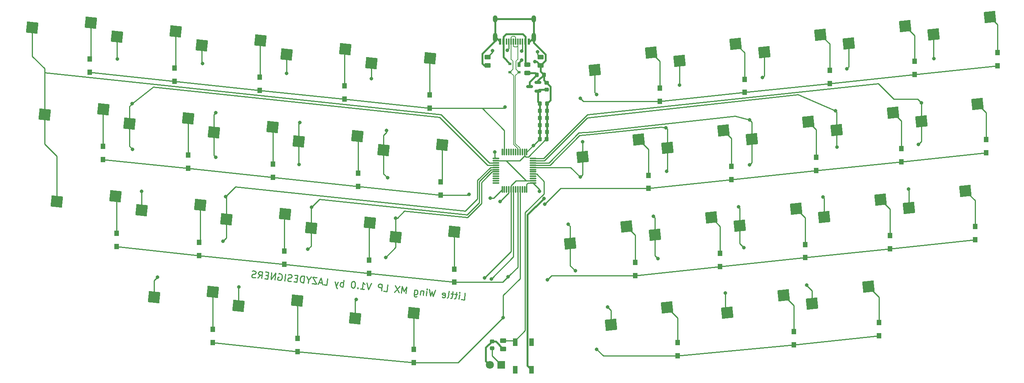
<source format=gbr>
%TF.GenerationSoftware,KiCad,Pcbnew,9.0.2*%
%TF.CreationDate,2025-07-14T20:44:15+08:00*%
%TF.ProjectId,Dimple_pcb,44696d70-6c65-45f7-9063-622e6b696361,rev?*%
%TF.SameCoordinates,Original*%
%TF.FileFunction,Copper,L2,Bot*%
%TF.FilePolarity,Positive*%
%FSLAX46Y46*%
G04 Gerber Fmt 4.6, Leading zero omitted, Abs format (unit mm)*
G04 Created by KiCad (PCBNEW 9.0.2) date 2025-07-14 20:44:15*
%MOMM*%
%LPD*%
G01*
G04 APERTURE LIST*
G04 Aperture macros list*
%AMRoundRect*
0 Rectangle with rounded corners*
0 $1 Rounding radius*
0 $2 $3 $4 $5 $6 $7 $8 $9 X,Y pos of 4 corners*
0 Add a 4 corners polygon primitive as box body*
4,1,4,$2,$3,$4,$5,$6,$7,$8,$9,$2,$3,0*
0 Add four circle primitives for the rounded corners*
1,1,$1+$1,$2,$3*
1,1,$1+$1,$4,$5*
1,1,$1+$1,$6,$7*
1,1,$1+$1,$8,$9*
0 Add four rect primitives between the rounded corners*
20,1,$1+$1,$2,$3,$4,$5,0*
20,1,$1+$1,$4,$5,$6,$7,0*
20,1,$1+$1,$6,$7,$8,$9,0*
20,1,$1+$1,$8,$9,$2,$3,0*%
%AMRotRect*
0 Rectangle, with rotation*
0 The origin of the aperture is its center*
0 $1 length*
0 $2 width*
0 $3 Rotation angle, in degrees counterclockwise*
0 Add horizontal line*
21,1,$1,$2,0,0,$3*%
G04 Aperture macros list end*
%ADD10C,0.250000*%
%TA.AperFunction,NonConductor*%
%ADD11C,0.250000*%
%TD*%
%TA.AperFunction,ComponentPad*%
%ADD12R,1.800000X1.800000*%
%TD*%
%TA.AperFunction,ComponentPad*%
%ADD13C,1.800000*%
%TD*%
%TA.AperFunction,SMDPad,CuDef*%
%ADD14RotRect,2.550000X2.500000X6.000000*%
%TD*%
%TA.AperFunction,SMDPad,CuDef*%
%ADD15RotRect,2.550000X2.500000X354.000000*%
%TD*%
%TA.AperFunction,SMDPad,CuDef*%
%ADD16R,1.000000X1.250000*%
%TD*%
%TA.AperFunction,SMDPad,CuDef*%
%ADD17RoundRect,0.225000X-0.225000X-0.250000X0.225000X-0.250000X0.225000X0.250000X-0.225000X0.250000X0*%
%TD*%
%TA.AperFunction,SMDPad,CuDef*%
%ADD18RoundRect,0.075000X0.075000X-0.662500X0.075000X0.662500X-0.075000X0.662500X-0.075000X-0.662500X0*%
%TD*%
%TA.AperFunction,SMDPad,CuDef*%
%ADD19RoundRect,0.075000X0.662500X-0.075000X0.662500X0.075000X-0.662500X0.075000X-0.662500X-0.075000X0*%
%TD*%
%TA.AperFunction,SMDPad,CuDef*%
%ADD20R,1.100000X1.800000*%
%TD*%
%TA.AperFunction,SMDPad,CuDef*%
%ADD21RoundRect,0.225000X0.250000X-0.225000X0.250000X0.225000X-0.250000X0.225000X-0.250000X-0.225000X0*%
%TD*%
%TA.AperFunction,SMDPad,CuDef*%
%ADD22RoundRect,0.150000X0.587500X0.150000X-0.587500X0.150000X-0.587500X-0.150000X0.587500X-0.150000X0*%
%TD*%
%TA.AperFunction,SMDPad,CuDef*%
%ADD23RoundRect,0.250000X-0.450000X0.262500X-0.450000X-0.262500X0.450000X-0.262500X0.450000X0.262500X0*%
%TD*%
%TA.AperFunction,SMDPad,CuDef*%
%ADD24R,0.600000X1.450000*%
%TD*%
%TA.AperFunction,SMDPad,CuDef*%
%ADD25R,0.300000X1.450000*%
%TD*%
%TA.AperFunction,ComponentPad*%
%ADD26O,1.000000X1.600000*%
%TD*%
%TA.AperFunction,ComponentPad*%
%ADD27O,1.000000X2.100000*%
%TD*%
%TA.AperFunction,SMDPad,CuDef*%
%ADD28R,0.700000X1.000000*%
%TD*%
%TA.AperFunction,SMDPad,CuDef*%
%ADD29R,0.700000X0.600000*%
%TD*%
%TA.AperFunction,SMDPad,CuDef*%
%ADD30RoundRect,0.243750X0.456250X-0.243750X0.456250X0.243750X-0.456250X0.243750X-0.456250X-0.243750X0*%
%TD*%
%TA.AperFunction,SMDPad,CuDef*%
%ADD31RoundRect,0.250000X0.450000X-0.262500X0.450000X0.262500X-0.450000X0.262500X-0.450000X-0.262500X0*%
%TD*%
%TA.AperFunction,ViaPad*%
%ADD32C,0.800000*%
%TD*%
%TA.AperFunction,Conductor*%
%ADD33C,0.381000*%
%TD*%
%TA.AperFunction,Conductor*%
%ADD34C,0.254000*%
%TD*%
%TA.AperFunction,Conductor*%
%ADD35C,0.200000*%
%TD*%
G04 APERTURE END LIST*
D10*
D11*
X155747203Y-149993440D02*
X156457576Y-150068103D01*
X156457576Y-150068103D02*
X156614368Y-148576321D01*
X155249942Y-149941176D02*
X155354470Y-148946654D01*
X155406734Y-148449393D02*
X155470305Y-148527897D01*
X155470305Y-148527897D02*
X155391802Y-148591468D01*
X155391802Y-148591468D02*
X155328231Y-148512964D01*
X155328231Y-148512964D02*
X155406734Y-148449393D01*
X155406734Y-148449393D02*
X155391802Y-148591468D01*
X154857209Y-148894390D02*
X154288911Y-148834659D01*
X154696361Y-148374730D02*
X154561968Y-149653401D01*
X154561968Y-149653401D02*
X154475998Y-149788009D01*
X154475998Y-149788009D02*
X154326457Y-149844114D01*
X154326457Y-149844114D02*
X154184382Y-149829181D01*
X154004761Y-148804794D02*
X153436463Y-148745063D01*
X153843914Y-148285134D02*
X153709520Y-149563805D01*
X153709520Y-149563805D02*
X153623550Y-149698413D01*
X153623550Y-149698413D02*
X153474009Y-149754518D01*
X153474009Y-149754518D02*
X153331935Y-149739585D01*
X152621562Y-149664922D02*
X152771103Y-149608817D01*
X152771103Y-149608817D02*
X152857073Y-149474209D01*
X152857073Y-149474209D02*
X152991466Y-148195538D01*
X151492432Y-149474424D02*
X151627040Y-149560394D01*
X151627040Y-149560394D02*
X151911189Y-149590259D01*
X151911189Y-149590259D02*
X152060730Y-149534154D01*
X152060730Y-149534154D02*
X152146700Y-149399546D01*
X152146700Y-149399546D02*
X152206431Y-148831248D01*
X152206431Y-148831248D02*
X152150326Y-148681707D01*
X152150326Y-148681707D02*
X152015718Y-148595737D01*
X152015718Y-148595737D02*
X151731569Y-148565872D01*
X151731569Y-148565872D02*
X151582028Y-148621976D01*
X151582028Y-148621976D02*
X151496058Y-148756585D01*
X151496058Y-148756585D02*
X151481125Y-148898659D01*
X151481125Y-148898659D02*
X152176565Y-149115397D01*
X149936864Y-147874487D02*
X149424885Y-149328938D01*
X149424885Y-149328938D02*
X149252731Y-148233513D01*
X149252731Y-148233513D02*
X148856587Y-149269207D01*
X148856587Y-149269207D02*
X148658193Y-147740093D01*
X147933102Y-149172145D02*
X148037630Y-148177623D01*
X148089895Y-147680362D02*
X148153465Y-147758866D01*
X148153465Y-147758866D02*
X148074962Y-147822437D01*
X148074962Y-147822437D02*
X148011391Y-147743933D01*
X148011391Y-147743933D02*
X148089895Y-147680362D01*
X148089895Y-147680362D02*
X148074962Y-147822437D01*
X147327257Y-148102960D02*
X147222729Y-149097482D01*
X147312325Y-148245035D02*
X147248754Y-148166531D01*
X147248754Y-148166531D02*
X147114145Y-148080561D01*
X147114145Y-148080561D02*
X146901034Y-148058162D01*
X146901034Y-148058162D02*
X146751493Y-148114267D01*
X146751493Y-148114267D02*
X146665523Y-148248875D01*
X146665523Y-148248875D02*
X146583393Y-149030285D01*
X145338213Y-147893903D02*
X145211286Y-149101537D01*
X145211286Y-149101537D02*
X145267391Y-149251078D01*
X145267391Y-149251078D02*
X145330961Y-149329581D01*
X145330961Y-149329581D02*
X145465570Y-149415551D01*
X145465570Y-149415551D02*
X145678682Y-149437950D01*
X145678682Y-149437950D02*
X145828222Y-149381845D01*
X145241151Y-148817388D02*
X145375759Y-148903358D01*
X145375759Y-148903358D02*
X145659909Y-148933223D01*
X145659909Y-148933223D02*
X145809449Y-148877118D01*
X145809449Y-148877118D02*
X145887953Y-148813547D01*
X145887953Y-148813547D02*
X145973923Y-148678939D01*
X145973923Y-148678939D02*
X146018721Y-148252715D01*
X146018721Y-148252715D02*
X145962616Y-148103174D01*
X145962616Y-148103174D02*
X145899045Y-148024671D01*
X145899045Y-148024671D02*
X145764437Y-147938701D01*
X145764437Y-147938701D02*
X145480288Y-147908836D01*
X145480288Y-147908836D02*
X145330747Y-147964940D01*
X143386716Y-148694301D02*
X143543508Y-147202518D01*
X143543508Y-147202518D02*
X142934253Y-148215813D01*
X142934253Y-148215813D02*
X142548986Y-147097989D01*
X142548986Y-147097989D02*
X142392194Y-148589772D01*
X141980688Y-147038259D02*
X140829373Y-148425513D01*
X140986166Y-146933730D02*
X141823895Y-148530042D01*
X138414106Y-148171658D02*
X139124479Y-148246322D01*
X139124479Y-148246322D02*
X139281272Y-146754539D01*
X137916845Y-148119394D02*
X138073638Y-146627611D01*
X138073638Y-146627611D02*
X137505340Y-146567881D01*
X137505340Y-146567881D02*
X137355799Y-146623985D01*
X137355799Y-146623985D02*
X137277295Y-146687556D01*
X137277295Y-146687556D02*
X137191325Y-146822165D01*
X137191325Y-146822165D02*
X137168926Y-147035276D01*
X137168926Y-147035276D02*
X137225031Y-147184817D01*
X137225031Y-147184817D02*
X137288602Y-147263321D01*
X137288602Y-147263321D02*
X137423210Y-147349291D01*
X137423210Y-147349291D02*
X137991508Y-147409021D01*
X135658371Y-146373756D02*
X135004317Y-147813275D01*
X135004317Y-147813275D02*
X134663849Y-146269228D01*
X133228385Y-147626617D02*
X134080833Y-147716213D01*
X133654609Y-147671415D02*
X133811402Y-146179632D01*
X133811402Y-146179632D02*
X133931077Y-146407677D01*
X133931077Y-146407677D02*
X134058219Y-146564684D01*
X134058219Y-146564684D02*
X134192827Y-146650654D01*
X132603983Y-147417346D02*
X132525479Y-147480917D01*
X132525479Y-147480917D02*
X132589050Y-147559420D01*
X132589050Y-147559420D02*
X132667554Y-147495849D01*
X132667554Y-147495849D02*
X132603983Y-147417346D01*
X132603983Y-147417346D02*
X132589050Y-147559420D01*
X131751321Y-145963109D02*
X131609246Y-145948176D01*
X131609246Y-145948176D02*
X131459705Y-146004281D01*
X131459705Y-146004281D02*
X131381202Y-146067852D01*
X131381202Y-146067852D02*
X131295232Y-146202460D01*
X131295232Y-146202460D02*
X131194329Y-146479143D01*
X131194329Y-146479143D02*
X131156998Y-146834329D01*
X131156998Y-146834329D02*
X131198170Y-147125945D01*
X131198170Y-147125945D02*
X131254274Y-147275486D01*
X131254274Y-147275486D02*
X131317845Y-147353989D01*
X131317845Y-147353989D02*
X131452453Y-147439959D01*
X131452453Y-147439959D02*
X131594528Y-147454892D01*
X131594528Y-147454892D02*
X131744069Y-147398787D01*
X131744069Y-147398787D02*
X131822572Y-147335216D01*
X131822572Y-147335216D02*
X131908542Y-147200608D01*
X131908542Y-147200608D02*
X132009445Y-146923925D01*
X132009445Y-146923925D02*
X132046777Y-146568739D01*
X132046777Y-146568739D02*
X132005605Y-146277123D01*
X132005605Y-146277123D02*
X131949500Y-146127582D01*
X131949500Y-146127582D02*
X131885929Y-146049079D01*
X131885929Y-146049079D02*
X131751321Y-145963109D01*
X129321336Y-147215970D02*
X129478128Y-145724187D01*
X129418398Y-146292485D02*
X129283790Y-146206515D01*
X129283790Y-146206515D02*
X128999640Y-146176650D01*
X128999640Y-146176650D02*
X128850100Y-146232754D01*
X128850100Y-146232754D02*
X128771596Y-146296325D01*
X128771596Y-146296325D02*
X128685626Y-146430934D01*
X128685626Y-146430934D02*
X128640828Y-146857157D01*
X128640828Y-146857157D02*
X128696933Y-147006698D01*
X128696933Y-147006698D02*
X128760504Y-147085202D01*
X128760504Y-147085202D02*
X128895112Y-147171172D01*
X128895112Y-147171172D02*
X129179261Y-147201037D01*
X129179261Y-147201037D02*
X129328802Y-147144932D01*
X128218230Y-146094520D02*
X127758515Y-147051711D01*
X127507857Y-146019857D02*
X127758515Y-147051711D01*
X127758515Y-147051711D02*
X127863258Y-147421830D01*
X127863258Y-147421830D02*
X127926829Y-147500333D01*
X127926829Y-147500333D02*
X128061438Y-147586303D01*
X124988062Y-146760524D02*
X125698435Y-146835187D01*
X125698435Y-146835187D02*
X125855227Y-145343405D01*
X124606636Y-146289503D02*
X123896263Y-146214839D01*
X124703912Y-146730659D02*
X124363444Y-145186612D01*
X124363444Y-145186612D02*
X123709391Y-146626130D01*
X123510997Y-145097016D02*
X122516475Y-144992488D01*
X122516475Y-144992488D02*
X123354204Y-146588799D01*
X123354204Y-146588799D02*
X122359683Y-146484270D01*
X121581899Y-145684302D02*
X121507236Y-146394675D01*
X122161289Y-144955156D02*
X121581899Y-145684302D01*
X121581899Y-145684302D02*
X121166767Y-144850628D01*
X120512714Y-146290146D02*
X120669507Y-144798363D01*
X120669507Y-144798363D02*
X120314320Y-144761032D01*
X120314320Y-144761032D02*
X120093742Y-144809670D01*
X120093742Y-144809670D02*
X119936735Y-144936812D01*
X119936735Y-144936812D02*
X119850765Y-145071420D01*
X119850765Y-145071420D02*
X119749862Y-145348103D01*
X119749862Y-145348103D02*
X119727464Y-145561215D01*
X119727464Y-145561215D02*
X119768636Y-145852830D01*
X119768636Y-145852830D02*
X119824740Y-146002371D01*
X119824740Y-146002371D02*
X119951882Y-146159378D01*
X119951882Y-146159378D02*
X120157528Y-146252815D01*
X120157528Y-146252815D02*
X120512714Y-146290146D01*
X119103061Y-145351943D02*
X118605800Y-145299679D01*
X118310558Y-146058690D02*
X119020931Y-146133354D01*
X119020931Y-146133354D02*
X119177724Y-144641571D01*
X119177724Y-144641571D02*
X118467351Y-144566907D01*
X117749726Y-145927922D02*
X117529148Y-145976561D01*
X117529148Y-145976561D02*
X117173962Y-145939229D01*
X117173962Y-145939229D02*
X117039354Y-145853259D01*
X117039354Y-145853259D02*
X116975783Y-145774756D01*
X116975783Y-145774756D02*
X116919678Y-145625215D01*
X116919678Y-145625215D02*
X116934611Y-145483140D01*
X116934611Y-145483140D02*
X117020581Y-145348532D01*
X117020581Y-145348532D02*
X117099084Y-145284961D01*
X117099084Y-145284961D02*
X117248625Y-145228856D01*
X117248625Y-145228856D02*
X117540240Y-145187684D01*
X117540240Y-145187684D02*
X117689781Y-145131580D01*
X117689781Y-145131580D02*
X117768285Y-145068009D01*
X117768285Y-145068009D02*
X117854255Y-144933401D01*
X117854255Y-144933401D02*
X117869187Y-144791326D01*
X117869187Y-144791326D02*
X117813083Y-144641785D01*
X117813083Y-144641785D02*
X117749512Y-144563282D01*
X117749512Y-144563282D02*
X117614904Y-144477312D01*
X117614904Y-144477312D02*
X117259717Y-144439980D01*
X117259717Y-144439980D02*
X117039139Y-144488618D01*
X116250478Y-145842167D02*
X116407270Y-144350384D01*
X114908021Y-144264629D02*
X115057562Y-144208524D01*
X115057562Y-144208524D02*
X115270674Y-144230923D01*
X115270674Y-144230923D02*
X115476319Y-144324359D01*
X115476319Y-144324359D02*
X115603461Y-144481367D01*
X115603461Y-144481367D02*
X115659566Y-144630907D01*
X115659566Y-144630907D02*
X115700738Y-144922523D01*
X115700738Y-144922523D02*
X115678339Y-145135635D01*
X115678339Y-145135635D02*
X115577436Y-145412318D01*
X115577436Y-145412318D02*
X115491466Y-145546926D01*
X115491466Y-145546926D02*
X115334459Y-145674068D01*
X115334459Y-145674068D02*
X115113881Y-145722706D01*
X115113881Y-145722706D02*
X114971806Y-145707773D01*
X114971806Y-145707773D02*
X114766161Y-145614337D01*
X114766161Y-145614337D02*
X114702590Y-145535834D01*
X114702590Y-145535834D02*
X114754854Y-145038573D01*
X114754854Y-145038573D02*
X115039003Y-145068438D01*
X114048322Y-145610711D02*
X114205114Y-144118928D01*
X114205114Y-144118928D02*
X113195874Y-145521115D01*
X113195874Y-145521115D02*
X113352667Y-144029333D01*
X112567631Y-144665042D02*
X112070370Y-144612778D01*
X111775128Y-145371789D02*
X112485501Y-145446452D01*
X112485501Y-145446452D02*
X112642294Y-143954669D01*
X112642294Y-143954669D02*
X111931921Y-143880006D01*
X110283345Y-145214996D02*
X110855270Y-144556888D01*
X111135793Y-145304592D02*
X111292585Y-143812809D01*
X111292585Y-143812809D02*
X110724287Y-143753079D01*
X110724287Y-143753079D02*
X110574746Y-143809183D01*
X110574746Y-143809183D02*
X110496243Y-143872754D01*
X110496243Y-143872754D02*
X110410273Y-144007363D01*
X110410273Y-144007363D02*
X110387874Y-144220474D01*
X110387874Y-144220474D02*
X110443978Y-144370015D01*
X110443978Y-144370015D02*
X110507549Y-144448519D01*
X110507549Y-144448519D02*
X110642158Y-144534489D01*
X110642158Y-144534489D02*
X111210456Y-144594219D01*
X109722513Y-145084228D02*
X109501935Y-145132867D01*
X109501935Y-145132867D02*
X109146749Y-145095535D01*
X109146749Y-145095535D02*
X109012141Y-145009565D01*
X109012141Y-145009565D02*
X108948570Y-144931062D01*
X108948570Y-144931062D02*
X108892465Y-144781521D01*
X108892465Y-144781521D02*
X108907398Y-144639446D01*
X108907398Y-144639446D02*
X108993368Y-144504838D01*
X108993368Y-144504838D02*
X109071871Y-144441267D01*
X109071871Y-144441267D02*
X109221412Y-144385162D01*
X109221412Y-144385162D02*
X109513028Y-144343990D01*
X109513028Y-144343990D02*
X109662568Y-144287886D01*
X109662568Y-144287886D02*
X109741072Y-144224315D01*
X109741072Y-144224315D02*
X109827042Y-144089707D01*
X109827042Y-144089707D02*
X109841975Y-143947632D01*
X109841975Y-143947632D02*
X109785870Y-143798091D01*
X109785870Y-143798091D02*
X109722299Y-143719587D01*
X109722299Y-143719587D02*
X109587691Y-143633618D01*
X109587691Y-143633618D02*
X109232504Y-143596286D01*
X109232504Y-143596286D02*
X109011926Y-143644924D01*
D12*
X164706784Y-164693422D03*
D13*
X162166784Y-164693422D03*
D14*
X204553638Y-96634223D03*
X217144320Y-92756896D03*
D15*
X141104643Y-136043054D03*
X154226330Y-134868208D03*
D14*
X180123638Y-137524223D03*
X192714320Y-133646896D03*
D16*
X154166784Y-146168422D03*
X154166784Y-143218422D03*
D17*
X173366784Y-112543422D03*
X174916784Y-112543422D03*
D15*
X116684643Y-95153054D03*
X129806330Y-93978208D03*
D16*
X78666784Y-138168422D03*
X78666784Y-135218422D03*
X110666784Y-103168422D03*
X110666784Y-100218422D03*
D14*
X189223638Y-155714223D03*
X201814320Y-151836896D03*
D16*
X270666784Y-136668422D03*
X270666784Y-133718422D03*
D14*
X215283638Y-152974223D03*
X227874320Y-149096896D03*
D16*
X235166784Y-121168422D03*
X235166784Y-118218422D03*
D14*
X182883638Y-118074223D03*
X195474320Y-114196896D03*
D18*
X170416784Y-125355922D03*
X169916784Y-125355922D03*
X169416784Y-125355922D03*
X168916783Y-125355922D03*
X168416784Y-125355922D03*
X167916784Y-125355922D03*
X167416784Y-125355922D03*
X166916784Y-125355922D03*
X166416785Y-125355922D03*
X165916784Y-125355922D03*
X165416784Y-125355922D03*
X164916784Y-125355922D03*
D19*
X163504284Y-123943422D03*
X163504284Y-123443422D03*
X163504284Y-122943422D03*
X163504284Y-122443421D03*
X163504284Y-121943422D03*
X163504284Y-121443422D03*
X163504284Y-120943422D03*
X163504284Y-120443422D03*
X163504284Y-119943423D03*
X163504284Y-119443422D03*
X163504284Y-118943422D03*
X163504284Y-118443422D03*
D18*
X164916784Y-117030922D03*
X165416784Y-117030922D03*
X165916784Y-117030922D03*
X166416785Y-117030922D03*
X166916784Y-117030922D03*
X167416784Y-117030922D03*
X167916784Y-117030922D03*
X168416784Y-117030922D03*
X168916783Y-117030922D03*
X169416784Y-117030922D03*
X169916784Y-117030922D03*
X170416784Y-117030922D03*
D19*
X171829284Y-118443422D03*
X171829284Y-118943422D03*
X171829284Y-119443422D03*
X171829284Y-119943423D03*
X171829284Y-120443422D03*
X171829284Y-120943422D03*
X171829284Y-121443422D03*
X171829284Y-121943422D03*
X171829284Y-122443421D03*
X171829284Y-122943422D03*
X171829284Y-123443422D03*
X171829284Y-123943422D03*
D20*
X171516784Y-165793422D03*
X167816784Y-159593422D03*
X167816784Y-165793422D03*
X171516784Y-159593422D03*
D16*
X238166784Y-101668422D03*
X238166784Y-98718422D03*
D14*
X223513638Y-94644223D03*
X236104320Y-90766896D03*
X234208638Y-150992273D03*
X246799320Y-147114946D03*
D16*
X232666784Y-140668422D03*
X232666784Y-137718422D03*
D21*
X162666784Y-160968422D03*
X162666784Y-159418422D03*
D16*
X75666784Y-118668422D03*
X75666784Y-115718422D03*
X251666784Y-138668422D03*
X251666784Y-135718422D03*
D14*
X220763638Y-114104223D03*
X233354320Y-110226896D03*
D15*
X105964643Y-151493054D03*
X119086330Y-150318208D03*
D14*
X201833638Y-116084223D03*
X214424320Y-112206896D03*
D22*
X172904284Y-101443422D03*
X172904284Y-103343422D03*
X171029284Y-102393422D03*
D15*
X87034643Y-149493054D03*
X100156330Y-148318208D03*
D16*
X213666784Y-142668422D03*
X213666784Y-139718422D03*
D17*
X173366784Y-107780922D03*
X174916784Y-107780922D03*
D16*
X197657515Y-125168422D03*
X197657515Y-122218422D03*
X145166784Y-164168422D03*
X145166784Y-161218422D03*
X249166784Y-158168422D03*
X249166784Y-155218422D03*
X204166784Y-162668422D03*
X204166784Y-159718422D03*
D23*
X161666784Y-95780922D03*
X161666784Y-97605922D03*
D16*
X230166784Y-160168422D03*
X230166784Y-157218422D03*
X132666784Y-124668422D03*
X132666784Y-121718422D03*
D14*
X258663638Y-110124223D03*
X271254320Y-106246896D03*
D24*
X164441784Y-92303422D03*
X165216784Y-92303422D03*
D25*
X165916784Y-92303422D03*
X166416784Y-92303422D03*
X166916784Y-92303422D03*
X167416784Y-92303422D03*
X167916784Y-92303422D03*
X168416784Y-92303422D03*
X168916784Y-92303422D03*
X169416784Y-92303422D03*
D24*
X170116784Y-92303422D03*
X170891784Y-92303422D03*
D26*
X163346784Y-87208422D03*
D27*
X163346784Y-91388422D03*
D26*
X171986784Y-87208422D03*
D27*
X171986784Y-91388422D03*
D16*
X116166784Y-142168422D03*
X116166784Y-139218422D03*
D17*
X173348034Y-114130922D03*
X174898034Y-114130922D03*
D14*
X261383638Y-90674223D03*
X273974320Y-86796896D03*
D15*
X65324643Y-128063054D03*
X78446330Y-126888208D03*
D16*
X200166784Y-105668422D03*
X200166784Y-102718422D03*
X113666784Y-122668422D03*
X113666784Y-119718422D03*
D15*
X78794643Y-91173054D03*
X91916330Y-89998208D03*
D28*
X168666784Y-97443422D03*
D29*
X168666784Y-99143422D03*
X166666784Y-99143422D03*
X166666784Y-97243422D03*
D14*
X199073638Y-135534223D03*
X211664320Y-131656896D03*
D16*
X94666784Y-120668422D03*
X94666784Y-117718422D03*
X216166784Y-123168422D03*
X216166784Y-120218422D03*
X151166784Y-126668422D03*
X151166784Y-123718422D03*
X135166784Y-144168422D03*
X135166784Y-141218422D03*
X257166784Y-99668422D03*
X257166784Y-96718422D03*
D17*
X173366784Y-106193422D03*
X174916784Y-106193422D03*
X173366784Y-109368422D03*
X174916784Y-109368422D03*
D15*
X122164643Y-134053054D03*
X135286330Y-132878208D03*
X138374643Y-116593054D03*
X151496330Y-115418208D03*
D16*
X254166784Y-119168422D03*
X254166784Y-116218422D03*
D30*
X170566784Y-99330922D03*
X170566784Y-97455922D03*
D15*
X81534643Y-110613054D03*
X94656330Y-109438208D03*
D14*
X218033638Y-133544223D03*
X230624320Y-129666896D03*
X185603638Y-98624223D03*
X198194320Y-94746896D03*
D15*
X119424643Y-114603054D03*
X132546330Y-113428208D03*
D16*
X119166784Y-161668422D03*
X119166784Y-158718422D03*
D21*
X174866784Y-103068422D03*
X174866784Y-101518422D03*
D17*
X172691784Y-99693422D03*
X174241784Y-99693422D03*
D16*
X275666784Y-97668422D03*
X275666784Y-94718422D03*
D23*
X165166784Y-159280922D03*
X165166784Y-161105922D03*
D14*
X239713638Y-112114223D03*
X252304320Y-108236896D03*
D15*
X84274643Y-130053054D03*
X97396330Y-128878208D03*
X97734643Y-93163054D03*
X110856330Y-91988208D03*
D17*
X173366784Y-110955922D03*
X174916784Y-110955922D03*
D14*
X242453638Y-92664223D03*
X255044320Y-88786896D03*
D16*
X72666784Y-99168422D03*
X72666784Y-96218422D03*
X148666784Y-107168422D03*
X148666784Y-104218422D03*
X129666784Y-105168422D03*
X129666784Y-102218422D03*
X100166784Y-159668422D03*
X100166784Y-156718422D03*
D15*
X100474643Y-112603054D03*
X113596330Y-111428208D03*
D14*
X255913638Y-129564223D03*
X268504320Y-125686896D03*
D16*
X91666784Y-101168422D03*
X91666784Y-98218422D03*
D15*
X62584643Y-108623054D03*
X75706330Y-107448208D03*
D31*
X173513812Y-97605922D03*
X173513812Y-95780922D03*
D14*
X236963638Y-131554223D03*
X249554320Y-127676896D03*
D16*
X219166784Y-103668422D03*
X219166784Y-100718422D03*
D15*
X135624643Y-97143054D03*
X148746330Y-95968208D03*
D16*
X273166784Y-117168422D03*
X273166784Y-114218422D03*
X194666784Y-144668422D03*
X194666784Y-141718422D03*
X97166784Y-140168422D03*
X97166784Y-137218422D03*
D15*
X59844643Y-89183054D03*
X72966330Y-88008208D03*
X103224643Y-132043054D03*
X116346330Y-130868208D03*
X132014643Y-154243054D03*
X145136330Y-153068208D03*
D32*
X160966784Y-145193422D03*
X169266784Y-96393422D03*
X172266784Y-96793422D03*
X162466784Y-145441422D03*
X174266784Y-127393422D03*
X171860534Y-115587172D03*
X164466784Y-128093422D03*
X173266784Y-125793422D03*
X163266784Y-116993422D03*
X165566784Y-106893422D03*
X182366784Y-104993422D03*
X174466784Y-128693422D03*
X162266784Y-127293422D03*
X157466784Y-126493422D03*
X166241784Y-144968422D03*
X175066784Y-145593422D03*
X165162893Y-154089531D03*
X186066784Y-161193422D03*
X82266784Y-116393422D03*
X84266784Y-125793422D03*
X78866784Y-96193422D03*
X82166784Y-106193422D03*
X103066784Y-126993422D03*
X97866784Y-97193422D03*
X100866784Y-118193422D03*
X87866784Y-144993422D03*
X102466784Y-136993422D03*
X100866784Y-108193422D03*
X119666784Y-110393422D03*
X116666784Y-99393422D03*
X119466784Y-119793422D03*
X121466784Y-138793422D03*
X106066784Y-147193422D03*
X122266784Y-129393422D03*
X132266784Y-149993422D03*
X141066784Y-131793422D03*
X135666784Y-100593422D03*
X138866784Y-140593422D03*
X139266784Y-122793422D03*
X139066784Y-112193422D03*
X188466784Y-151693422D03*
X182883638Y-114693422D03*
X181266784Y-143593422D03*
X179666784Y-133193422D03*
X186066784Y-104093422D03*
X182366784Y-122593422D03*
X198766784Y-131393422D03*
X204566784Y-101993422D03*
X214866784Y-148593422D03*
X201666784Y-121293422D03*
X201566784Y-111593422D03*
X199766784Y-140893422D03*
X218966784Y-138393422D03*
X217766784Y-129293422D03*
X233066784Y-146793422D03*
X220266784Y-119893422D03*
X223166784Y-100293422D03*
X220266784Y-109793422D03*
X239466784Y-107793422D03*
X239766784Y-115893422D03*
X241966784Y-98393422D03*
X236666784Y-127093422D03*
X257966784Y-115293422D03*
X258666784Y-105993422D03*
X255766784Y-125293422D03*
X261466784Y-96093422D03*
X169266784Y-94393422D03*
X172866784Y-94593422D03*
X162766784Y-94293422D03*
X166066784Y-94193422D03*
D33*
X174916784Y-106193422D02*
X174916784Y-107780922D01*
D34*
X169916784Y-117030922D02*
X169916784Y-117840430D01*
D33*
X173513812Y-97605922D02*
X173513812Y-98965450D01*
X174916784Y-109368422D02*
X174916784Y-110955922D01*
X171986784Y-91388422D02*
X171986784Y-87208422D01*
X168666784Y-96993422D02*
X169266784Y-96393422D01*
X172266784Y-96793422D02*
X172701312Y-96793422D01*
X160466784Y-94993422D02*
X163346784Y-92113422D01*
X174916784Y-114112172D02*
X174898034Y-114130922D01*
X175733284Y-102384922D02*
X175733284Y-105376922D01*
D34*
X170666784Y-123443422D02*
X171829284Y-123443422D01*
X166916784Y-125355922D02*
X166916784Y-139243422D01*
X170763784Y-118096422D02*
X174729284Y-114130922D01*
D33*
X174241784Y-99693422D02*
X174241784Y-100893422D01*
X163346784Y-91388422D02*
X163526784Y-91388422D01*
X173513812Y-97605922D02*
X174605312Y-96514422D01*
D34*
X170316784Y-123443422D02*
X170666784Y-123443422D01*
X166916784Y-139243422D02*
X160966784Y-145193422D01*
D33*
X171986784Y-92513422D02*
X171986784Y-91388422D01*
X172904284Y-101030922D02*
X174241784Y-99693422D01*
D34*
X174729284Y-114130922D02*
X174898034Y-114130922D01*
D33*
X174241784Y-100893422D02*
X174866784Y-101518422D01*
X160879284Y-97605922D02*
X160466784Y-97193422D01*
X162666784Y-159418422D02*
X161266784Y-160818422D01*
X163479284Y-159418422D02*
X165166784Y-161105922D01*
X171071784Y-92303422D02*
X171986784Y-91388422D01*
X168666784Y-97443422D02*
X168666784Y-96993422D01*
D34*
X168813792Y-118943422D02*
X165166784Y-118943422D01*
X166916784Y-125355922D02*
X166916784Y-124546414D01*
D33*
X174916784Y-107780922D02*
X174916784Y-109368422D01*
X175733284Y-105376922D02*
X174916784Y-106193422D01*
D34*
X166916784Y-124546414D02*
X168019776Y-123443422D01*
D33*
X173513812Y-98965450D02*
X174241784Y-99693422D01*
X170891784Y-92303422D02*
X171071784Y-92303422D01*
X174605312Y-95131950D02*
X171986784Y-92513422D01*
X161266784Y-160818422D02*
X161266784Y-163793422D01*
X174605312Y-96514422D02*
X174605312Y-95131950D01*
X172904284Y-101443422D02*
X172904284Y-101030922D01*
D34*
X165816784Y-118943422D02*
X170316784Y-123443422D01*
X165166784Y-118943422D02*
X163504284Y-118943422D01*
D33*
X161266784Y-163793422D02*
X162166784Y-164693422D01*
X163346784Y-92113422D02*
X163346784Y-91388422D01*
X163526784Y-91388422D02*
X164441784Y-92303422D01*
D34*
X169916784Y-117840430D02*
X170172776Y-118096422D01*
D33*
X161666784Y-97605922D02*
X160879284Y-97605922D01*
D34*
X168019776Y-123443422D02*
X170666784Y-123443422D01*
D33*
X174866784Y-101518422D02*
X175733284Y-102384922D01*
X163346784Y-91388422D02*
X163346784Y-87208422D01*
D34*
X169916784Y-117840430D02*
X168813792Y-118943422D01*
D33*
X162666784Y-159418422D02*
X163479284Y-159418422D01*
X174916784Y-110955922D02*
X174916784Y-112543422D01*
X163346784Y-87208422D02*
X171986784Y-87208422D01*
X172701312Y-96793422D02*
X173513812Y-97605922D01*
X160466784Y-97193422D02*
X160466784Y-94993422D01*
D34*
X170172776Y-118096422D02*
X170763784Y-118096422D01*
X165166784Y-118943422D02*
X165816784Y-118943422D01*
D33*
X174916784Y-112543422D02*
X174916784Y-114112172D01*
D34*
X162666784Y-162653422D02*
X164706784Y-164693422D01*
X167416784Y-140491422D02*
X162466784Y-145441422D01*
X162666784Y-160968422D02*
X162666784Y-162653422D01*
X167416784Y-125355922D02*
X167416784Y-140491422D01*
X170416784Y-125355922D02*
X170416784Y-124243422D01*
X170416784Y-124243422D02*
X170716784Y-123943422D01*
D33*
X173366784Y-109368422D02*
X173366784Y-110955922D01*
X173179284Y-103068422D02*
X172904284Y-103343422D01*
D34*
X164488792Y-128093422D02*
X164466784Y-128093422D01*
D33*
X174866784Y-103068422D02*
X173179284Y-103068422D01*
X172904284Y-103343422D02*
X172904284Y-105730922D01*
X173366784Y-110955922D02*
X173366784Y-112543422D01*
D34*
X166416785Y-126165429D02*
X164488792Y-128093422D01*
D33*
X172904284Y-105730922D02*
X173366784Y-106193422D01*
X173366784Y-114112172D02*
X173348034Y-114130922D01*
D34*
X170416784Y-117030922D02*
X171860534Y-115587172D01*
D33*
X173366784Y-107780922D02*
X173366784Y-109368422D01*
D34*
X171829284Y-123943422D02*
X173266784Y-125380922D01*
D33*
X173366784Y-112543422D02*
X173366784Y-114112172D01*
D34*
X163504284Y-118443422D02*
X163266784Y-118205922D01*
X171860534Y-115587172D02*
X173316784Y-114130922D01*
X163266784Y-118205922D02*
X163266784Y-116993422D01*
X173266784Y-125380922D02*
X173266784Y-125793422D01*
D33*
X171516784Y-165793422D02*
X170575284Y-164851922D01*
D34*
X173316784Y-114130922D02*
X173348034Y-114130922D01*
D33*
X170575284Y-131084922D02*
X174266784Y-127393422D01*
D34*
X170716784Y-123943422D02*
X171829284Y-123943422D01*
D33*
X170575284Y-164851922D02*
X170575284Y-131084922D01*
X173366784Y-106193422D02*
X173366784Y-107780922D01*
D34*
X166416785Y-125355922D02*
X166416785Y-126165429D01*
D33*
X172691784Y-99693422D02*
X171029284Y-101355922D01*
X171029284Y-101355922D02*
X171029284Y-102393422D01*
X170566784Y-99330922D02*
X172329284Y-99330922D01*
X172329284Y-99330922D02*
X172691784Y-99693422D01*
D34*
X165416784Y-112143422D02*
X165416784Y-117030922D01*
X257166784Y-99668422D02*
X275666784Y-97668422D01*
X200166784Y-105668422D02*
X219166784Y-103668422D01*
X165291784Y-107168422D02*
X165566784Y-106893422D01*
X110666784Y-103168422D02*
X129666784Y-105168422D01*
X129666784Y-105168422D02*
X148666784Y-107168422D01*
X72666784Y-99168422D02*
X91666784Y-101168422D01*
X219166784Y-103668422D02*
X238166784Y-101668422D01*
X160441784Y-107168422D02*
X165416784Y-112143422D01*
X238166784Y-101668422D02*
X257166784Y-99668422D01*
X148666784Y-107168422D02*
X160441784Y-107168422D01*
X182366784Y-104993422D02*
X183041784Y-105668422D01*
X91666784Y-101168422D02*
X110666784Y-103168422D01*
X183041784Y-105668422D02*
X200166784Y-105668422D01*
X160441784Y-107168422D02*
X165291784Y-107168422D01*
X72966329Y-95918877D02*
X72966329Y-88008208D01*
X72666784Y-96218422D02*
X72966329Y-95918877D01*
X75666784Y-107487754D02*
X75706330Y-107448208D01*
X75666784Y-115718422D02*
X75666784Y-107487754D01*
X78666784Y-127108662D02*
X78446330Y-126888208D01*
X78666784Y-135218422D02*
X78666784Y-127108662D01*
X100166784Y-156718422D02*
X100166784Y-148328662D01*
X100166784Y-148328662D02*
X100156330Y-148318208D01*
X91866784Y-98018422D02*
X91866784Y-90047754D01*
X91666784Y-98218422D02*
X91866784Y-98018422D01*
X91866784Y-90047754D02*
X91916330Y-89998208D01*
X94666784Y-109448662D02*
X94656330Y-109438208D01*
X94666784Y-117718422D02*
X94666784Y-109448662D01*
X97366784Y-137018422D02*
X97366784Y-128907754D01*
X97166784Y-137218422D02*
X97366784Y-137018422D01*
X97366784Y-128907754D02*
X97396330Y-128878208D01*
X119166784Y-158718422D02*
X119166784Y-150398662D01*
X119166784Y-150398662D02*
X119086330Y-150318208D01*
X110666784Y-100218422D02*
X110766784Y-100118422D01*
X110766784Y-100118422D02*
X110766784Y-92077754D01*
X110766784Y-92077754D02*
X110856330Y-91988208D01*
X197657515Y-125168422D02*
X216166784Y-123168422D01*
X197657515Y-125168422D02*
X177991784Y-125168422D01*
X162979284Y-127293422D02*
X164916784Y-125355922D01*
X75666784Y-118668422D02*
X94666784Y-120668422D01*
X216166784Y-123168422D02*
X235166784Y-121168422D01*
X94666784Y-120668422D02*
X113666784Y-122668422D01*
X235166784Y-121168422D02*
X254166784Y-119168422D01*
X254166784Y-119168422D02*
X273166784Y-117168422D01*
X113666784Y-122668422D02*
X132666784Y-124668422D01*
X177991784Y-125168422D02*
X174466784Y-128693422D01*
X151166784Y-126668422D02*
X157291784Y-126668422D01*
X132666784Y-124668422D02*
X151166784Y-126668422D01*
X162266784Y-127293422D02*
X162979284Y-127293422D01*
X157291784Y-126668422D02*
X157466784Y-126493422D01*
X113666784Y-119718422D02*
X113666784Y-111498662D01*
X113666784Y-111498662D02*
X113596330Y-111428208D01*
X116166784Y-139218422D02*
X116166784Y-131047754D01*
X116166784Y-131047754D02*
X116346330Y-130868208D01*
X129666784Y-94117754D02*
X129806330Y-93978208D01*
X129666784Y-102218422D02*
X129666784Y-94117754D01*
X132666784Y-121718422D02*
X132666784Y-113548662D01*
X132666784Y-113548662D02*
X132546330Y-113428208D01*
X135166784Y-141218422D02*
X135166784Y-132997754D01*
X135166784Y-132997754D02*
X135286330Y-132878208D01*
X148666784Y-104218422D02*
X148666784Y-96047754D01*
X148666784Y-96047754D02*
X148746330Y-95968208D01*
X151166784Y-123718422D02*
X151496330Y-123388876D01*
X151496330Y-123388876D02*
X151496330Y-115418208D01*
X154166784Y-134927754D02*
X154226330Y-134868208D01*
X154166784Y-143218422D02*
X154166784Y-134927754D01*
X200166784Y-102718422D02*
X200166784Y-96719360D01*
X200166784Y-96719360D02*
X198194320Y-94746896D01*
X197657515Y-122218422D02*
X197657515Y-116380092D01*
X197657515Y-116380092D02*
X195474320Y-114196897D01*
X165041784Y-146168422D02*
X166241784Y-144968422D01*
X168416784Y-142793422D02*
X168416784Y-125355922D01*
X175066784Y-145593422D02*
X175991784Y-144668422D01*
X251666784Y-138668422D02*
X270666784Y-136668422D01*
X154166784Y-146168422D02*
X165041784Y-146168422D01*
X213666784Y-142668422D02*
X232666784Y-140668422D01*
X175991784Y-144668422D02*
X194666784Y-144668422D01*
X194666784Y-144668422D02*
X213666784Y-142668422D01*
X166241784Y-144968422D02*
X166741784Y-144468422D01*
X135166784Y-144168422D02*
X154166784Y-146168422D01*
X116166784Y-142168422D02*
X135166784Y-144168422D01*
X232666784Y-140668422D02*
X251666784Y-138668422D01*
X166741784Y-144468422D02*
X168416784Y-142793422D01*
X97166784Y-140168422D02*
X116166784Y-142168422D01*
X78666784Y-138168422D02*
X97166784Y-140168422D01*
X194666784Y-135599361D02*
X192714320Y-133646897D01*
X194666784Y-141718422D02*
X194666784Y-135599361D01*
X204166784Y-159718422D02*
X204166784Y-154189361D01*
X204166784Y-154189361D02*
X201814320Y-151836897D01*
X219166784Y-94779360D02*
X217144320Y-92756896D01*
X219166784Y-100718422D02*
X219166784Y-94779360D01*
X216166784Y-113949361D02*
X214424320Y-112206897D01*
X216166784Y-120218422D02*
X216166784Y-113949361D01*
X213666784Y-139718422D02*
X213666784Y-133659361D01*
X213666784Y-133659361D02*
X211664320Y-131656897D01*
X238166784Y-98718422D02*
X238166784Y-92829361D01*
X238166784Y-92829361D02*
X236104320Y-90766897D01*
X235166784Y-112039361D02*
X233354320Y-110226897D01*
X235166784Y-118218422D02*
X235166784Y-112039361D01*
X232666784Y-137718422D02*
X232666784Y-131709361D01*
X232666784Y-131709361D02*
X230624320Y-129666897D01*
X230166784Y-157218422D02*
X230166784Y-151389361D01*
X230166784Y-151389361D02*
X227874320Y-149096897D01*
X257166784Y-96718422D02*
X257166784Y-90909361D01*
X257166784Y-90909361D02*
X255044320Y-88786897D01*
X254166784Y-116218422D02*
X254166784Y-110099361D01*
X254166784Y-110099361D02*
X252304320Y-108236897D01*
X187541784Y-162668422D02*
X204166784Y-162668422D01*
X186066784Y-161193422D02*
X187541784Y-162668422D01*
X119166784Y-161668422D02*
X145166784Y-164168422D01*
X168916783Y-145343423D02*
X165162893Y-149097313D01*
X204166784Y-162668422D02*
X230166784Y-160168422D01*
X168916783Y-125355922D02*
X168916783Y-145343423D01*
X165162893Y-149097313D02*
X165162893Y-154089531D01*
X165162893Y-154089531D02*
X155084002Y-164168422D01*
X100166784Y-159668422D02*
X119166784Y-161668422D01*
X230166784Y-160168422D02*
X249166784Y-158168422D01*
X155084002Y-164168422D02*
X145166784Y-164168422D01*
X251666784Y-129789361D02*
X249554320Y-127676897D01*
X251666784Y-135718422D02*
X251666784Y-129789361D01*
X249166784Y-149482411D02*
X246799320Y-147114947D01*
X249166784Y-155218422D02*
X249166784Y-149482411D01*
X275666784Y-94718422D02*
X275666784Y-88489361D01*
X275666784Y-88489361D02*
X273974320Y-86796897D01*
X62584643Y-115211281D02*
X65324643Y-117951281D01*
X163504284Y-119443422D02*
X162116784Y-119443422D01*
X62584643Y-99193422D02*
X62584643Y-108623054D01*
X162116784Y-119443422D02*
X151266784Y-108593422D01*
X59844643Y-89183055D02*
X59844643Y-95571281D01*
X62584643Y-98311281D02*
X62584643Y-99193422D01*
X65324643Y-117951281D02*
X65324643Y-128063054D01*
X62584643Y-99193422D02*
X151266784Y-108593422D01*
X62584643Y-108623054D02*
X62584643Y-115211281D01*
X59844643Y-95571281D02*
X62584643Y-98311281D01*
X84274643Y-130053054D02*
X84274643Y-125801281D01*
X81534643Y-115661281D02*
X82266784Y-116393422D01*
X86866784Y-102414723D02*
X82166784Y-106193422D01*
X150871707Y-109198345D02*
X161616785Y-119943423D01*
X161616785Y-119943423D02*
X163504284Y-119943423D01*
X78794643Y-96121281D02*
X78866784Y-96193422D01*
X78794643Y-91173054D02*
X78794643Y-96121281D01*
X84274643Y-125801281D02*
X84266784Y-125793422D01*
X82166784Y-106193422D02*
X81534643Y-106825563D01*
X86866784Y-102414723D02*
X150865301Y-109198345D01*
X150865301Y-109198345D02*
X150871707Y-109198345D01*
X81534643Y-110613054D02*
X81534643Y-115661281D01*
X81534643Y-106825563D02*
X81534643Y-110613054D01*
X100474643Y-108585563D02*
X100474643Y-112603054D01*
X162316784Y-120443422D02*
X159366784Y-123393422D01*
X159366784Y-123393422D02*
X159366784Y-127493422D01*
X103224643Y-132043054D02*
X103224643Y-136235563D01*
X103224643Y-136235563D02*
X102466784Y-136993422D01*
X103066784Y-126993422D02*
X103224643Y-127151281D01*
X87866784Y-144993422D02*
X87034643Y-145825563D01*
X97734643Y-93163054D02*
X97734643Y-97061281D01*
X159366784Y-127493422D02*
X156666784Y-130193422D01*
X105266784Y-124793422D02*
X156666784Y-130193422D01*
X87034643Y-145825563D02*
X87034643Y-149493054D01*
X100474643Y-112603054D02*
X100474643Y-117801281D01*
X100474643Y-117801281D02*
X100866784Y-118193422D01*
X103224643Y-127151281D02*
X103224643Y-132043054D01*
X103066784Y-126993422D02*
X105266784Y-124793422D01*
X163504284Y-120443422D02*
X162316784Y-120443422D01*
X100866784Y-108193422D02*
X100474643Y-108585563D01*
X97734643Y-97061281D02*
X97866784Y-97193422D01*
X124066784Y-127593422D02*
X157066784Y-131072338D01*
X119424643Y-110635563D02*
X119424643Y-114603054D01*
X116684643Y-95153054D02*
X116684643Y-99375563D01*
X116684643Y-99375563D02*
X116666784Y-99393422D01*
X159820784Y-123581474D02*
X159820784Y-127681474D01*
X122164643Y-129495563D02*
X122164643Y-134053054D01*
X106066784Y-147193422D02*
X105964643Y-147295563D01*
X122266784Y-129393422D02*
X124066784Y-127593422D01*
X162458836Y-120943422D02*
X159820784Y-123581474D01*
X105964643Y-147295563D02*
X105964643Y-151493054D01*
X159812784Y-128326338D02*
X157066784Y-131072338D01*
X119666784Y-110393422D02*
X119424643Y-110635563D01*
X159812784Y-127689475D02*
X159812784Y-128326338D01*
X122266784Y-129393422D02*
X122164643Y-129495563D01*
X122164643Y-138095563D02*
X121466784Y-138793422D01*
X159820784Y-127681474D02*
X159812784Y-127689475D01*
X163504284Y-120943422D02*
X162458836Y-120943422D01*
X119424643Y-119751281D02*
X119466784Y-119793422D01*
X119424643Y-114603054D02*
X119424643Y-119751281D01*
X122164643Y-134053054D02*
X122164643Y-138095563D01*
X132266784Y-149993422D02*
X132014643Y-150245563D01*
X132014643Y-150245563D02*
X132014643Y-154243054D01*
X143066784Y-130193422D02*
X141466784Y-131793422D01*
X138374643Y-121901281D02*
X139266784Y-122793422D01*
X161605780Y-122532418D02*
X162694776Y-121443422D01*
X157166784Y-131658357D02*
X143066784Y-130193422D01*
X161605780Y-122532418D02*
X160274784Y-123863414D01*
X138374643Y-116593054D02*
X138374643Y-121901281D01*
X160266784Y-128558357D02*
X157166784Y-131658357D01*
X138374643Y-113285563D02*
X138374643Y-116593054D01*
X139066784Y-112593422D02*
X138374643Y-113285563D01*
X141104643Y-131831281D02*
X141066784Y-131793422D01*
X162694776Y-121443422D02*
X163504284Y-121443422D01*
X160266784Y-127877527D02*
X160266784Y-128558357D01*
X135624643Y-97143054D02*
X135624643Y-100551281D01*
X160274784Y-123863414D02*
X160274784Y-127869526D01*
X141466784Y-131793422D02*
X141066784Y-131793422D01*
X141104643Y-138355563D02*
X138866784Y-140593422D01*
X141104643Y-136043054D02*
X141104643Y-131831281D01*
X160274784Y-127869526D02*
X160266784Y-127877527D01*
X135624643Y-100551281D02*
X135666784Y-100593422D01*
X141104643Y-136043054D02*
X141104643Y-138355563D01*
X139066784Y-112193422D02*
X139066784Y-112593422D01*
X180216784Y-120443422D02*
X182366784Y-122593422D01*
X182883638Y-118074223D02*
X182883638Y-122076568D01*
X180123638Y-137524223D02*
X180123638Y-142450276D01*
X182883638Y-122076568D02*
X182366784Y-122593422D01*
X185603638Y-103630276D02*
X186066784Y-104093422D01*
X180123638Y-142450276D02*
X181266784Y-143593422D01*
X179666784Y-133193422D02*
X180123638Y-133650276D01*
X188466784Y-151693422D02*
X189223638Y-152450276D01*
X180123638Y-133650276D02*
X180123638Y-137524223D01*
X182883638Y-118074223D02*
X182883638Y-114693422D01*
X189223638Y-152450276D02*
X189223638Y-155714223D01*
X185603638Y-98624223D02*
X185603638Y-103630276D01*
X171829284Y-120443422D02*
X180216784Y-120443422D01*
X199073638Y-131700276D02*
X199073638Y-135534223D01*
X214866784Y-152557369D02*
X215283638Y-152974223D01*
X200466784Y-111393422D02*
X201566784Y-111593422D01*
X182266784Y-113293422D02*
X175616783Y-119943423D01*
X198716784Y-111567594D02*
X200466784Y-111393422D01*
X198716784Y-111567594D02*
X185016784Y-113019250D01*
X204553638Y-96634223D02*
X204553638Y-101980276D01*
X201833638Y-111860276D02*
X201833638Y-116084223D01*
X199073638Y-135534223D02*
X199073638Y-140200276D01*
X201833638Y-116084223D02*
X201833638Y-121126568D01*
X185016784Y-113019250D02*
X182266784Y-113293422D01*
X199073638Y-140200276D02*
X199766784Y-140893422D01*
X201833638Y-121126568D02*
X201666784Y-121293422D01*
X201566784Y-111593422D02*
X201833638Y-111860276D01*
X198766784Y-131393422D02*
X199073638Y-131700276D01*
X214866784Y-148593422D02*
X214866784Y-152557369D01*
X204553638Y-101980276D02*
X204566784Y-101993422D01*
X175616783Y-119943423D02*
X171829284Y-119943423D01*
X217066784Y-108993422D02*
X220266784Y-109793422D01*
X233066784Y-146793422D02*
X233066784Y-146893422D01*
X220266784Y-109793422D02*
X220763638Y-110290276D01*
X233066784Y-146893422D02*
X234208638Y-148035276D01*
X220763638Y-119396568D02*
X220266784Y-119893422D01*
X175374731Y-119443422D02*
X182095757Y-112722395D01*
X220763638Y-114104223D02*
X220763638Y-119396568D01*
X223513638Y-94644223D02*
X223513638Y-99946568D01*
X217766784Y-129293422D02*
X218033638Y-129560276D01*
X220763638Y-110290276D02*
X220763638Y-114104223D01*
X223513638Y-99946568D02*
X223166784Y-100293422D01*
X184966784Y-112493422D02*
X217066784Y-108993422D01*
X234208638Y-148035276D02*
X234208638Y-150992273D01*
X171829284Y-119443422D02*
X175374731Y-119443422D01*
X218033638Y-133544223D02*
X218033638Y-137460276D01*
X184966784Y-112493422D02*
X182095757Y-112722395D01*
X218033638Y-129560276D02*
X218033638Y-133544223D01*
X218033638Y-137460276D02*
X218966784Y-138393422D01*
X184366784Y-109293422D02*
X231066784Y-104173196D01*
X183916784Y-109343422D02*
X184366784Y-109293422D01*
X239713638Y-115840276D02*
X239766784Y-115893422D01*
X231066784Y-104173196D02*
X239466784Y-107793422D01*
X242453638Y-92664223D02*
X242453638Y-97906568D01*
X171829284Y-118943422D02*
X174316784Y-118943422D01*
X174316784Y-118943422D02*
X183916784Y-109343422D01*
X239713638Y-108040276D02*
X239713638Y-112114223D01*
X236666784Y-127093422D02*
X236963638Y-127390276D01*
X239466784Y-107793422D02*
X239713638Y-108040276D01*
X236963638Y-127390276D02*
X236963638Y-131554223D01*
X242453638Y-97906568D02*
X241966784Y-98393422D01*
X239713638Y-112114223D02*
X239713638Y-115840276D01*
X257866784Y-105193422D02*
X252512498Y-105193422D01*
X183998102Y-108593422D02*
X174148102Y-118443422D01*
X258663638Y-110124223D02*
X258663638Y-114596568D01*
X258666784Y-105993422D02*
X257866784Y-105193422D01*
X252512498Y-105193422D02*
X249039641Y-101720565D01*
X258663638Y-114596568D02*
X257966784Y-115293422D01*
X249039641Y-101720565D02*
X184066784Y-108593422D01*
X258663638Y-110124223D02*
X258663638Y-105996568D01*
X258663638Y-105996568D02*
X258666784Y-105993422D01*
X184066784Y-108593422D02*
X183998102Y-108593422D01*
X261383638Y-96010276D02*
X261466784Y-96093422D01*
X174148102Y-118443422D02*
X171829284Y-118443422D01*
X255913638Y-125440276D02*
X255913638Y-129564223D01*
X261383638Y-90674223D02*
X261383638Y-96010276D01*
X255766784Y-125293422D02*
X255913638Y-125440276D01*
D33*
X170566784Y-97455922D02*
X170116784Y-97005922D01*
X165216784Y-95793422D02*
X165216784Y-92303422D01*
X170116784Y-97005922D02*
X170116784Y-92303422D01*
X165811284Y-90602922D02*
X169522284Y-90602922D01*
X165216784Y-91197422D02*
X165811284Y-90602922D01*
X170116784Y-91197422D02*
X170116784Y-92303422D01*
X166666784Y-97243422D02*
X165216784Y-95793422D01*
X165216784Y-92303422D02*
X165216784Y-91197422D01*
X169522284Y-90602922D02*
X170116784Y-91197422D01*
D34*
X169416784Y-92303422D02*
X169416784Y-94243422D01*
X172866784Y-95133894D02*
X173513812Y-95780922D01*
X169416784Y-94243422D02*
X169266784Y-94393422D01*
X172866784Y-94593422D02*
X172866784Y-95133894D01*
X273166784Y-114218422D02*
X273166784Y-108159361D01*
X273166784Y-108159361D02*
X271254320Y-106246897D01*
X145166784Y-161218422D02*
X145166784Y-153098662D01*
X145166784Y-153098662D02*
X145136330Y-153068208D01*
X270666784Y-133718422D02*
X270666784Y-127849361D01*
X270666784Y-127849361D02*
X268504320Y-125686897D01*
X174266784Y-126365288D02*
X174266784Y-123571413D01*
X167504284Y-159280922D02*
X167816784Y-159593422D01*
X167816784Y-159243422D02*
X170057783Y-157002423D01*
X172638793Y-121943422D02*
X171829284Y-121943422D01*
X170057783Y-130574289D02*
X174266784Y-126365288D01*
X167816784Y-159593422D02*
X167816784Y-159243422D01*
X165166784Y-159280922D02*
X167504284Y-159280922D01*
X170057783Y-157002423D02*
X170057783Y-130574289D01*
X174266784Y-123571413D02*
X172638793Y-121943422D01*
X162766784Y-94293422D02*
X162766784Y-94680922D01*
X166416784Y-92303422D02*
X166416784Y-93843422D01*
X166416784Y-93843422D02*
X166066784Y-94193422D01*
X162766784Y-94680922D02*
X161666784Y-95780922D01*
D35*
X168416784Y-117030922D02*
X168416784Y-116259598D01*
X167149784Y-91093422D02*
X167683784Y-91093422D01*
X167683784Y-91093422D02*
X167916784Y-91326422D01*
X167317784Y-98492422D02*
X166666784Y-99143422D01*
X166916784Y-91326422D02*
X167149784Y-91093422D01*
X168416784Y-116259598D02*
X167466784Y-115309598D01*
X167916784Y-91326422D02*
X167916784Y-92303422D01*
X167466784Y-115309598D02*
X167466784Y-99943422D01*
X166916784Y-92303422D02*
X166916784Y-96241422D01*
X166916784Y-96241422D02*
X167317784Y-96642422D01*
X167317784Y-96642422D02*
X167317784Y-98492422D01*
X167466784Y-99943422D02*
X166666784Y-99143422D01*
X166916784Y-92303422D02*
X166916784Y-91326422D01*
X168203784Y-93493422D02*
X168416784Y-93280422D01*
X167629784Y-93493422D02*
X168203784Y-93493422D01*
X167416784Y-93280422D02*
X167629784Y-93493422D01*
X167416784Y-92303422D02*
X167416784Y-93280422D01*
X168416784Y-92303422D02*
X168416784Y-96241422D01*
X168666784Y-99143422D02*
X167867784Y-99942422D01*
X168416784Y-93280422D02*
X168416784Y-92303422D01*
X168015784Y-98492422D02*
X168666784Y-99143422D01*
X167867784Y-99942422D02*
X167867784Y-115143498D01*
X168916783Y-116192497D02*
X168916783Y-117030922D01*
X167867784Y-115143498D02*
X168916783Y-116192497D01*
X168015784Y-96642422D02*
X168015784Y-98492422D01*
X168416784Y-96241422D02*
X168015784Y-96642422D01*
M02*

</source>
